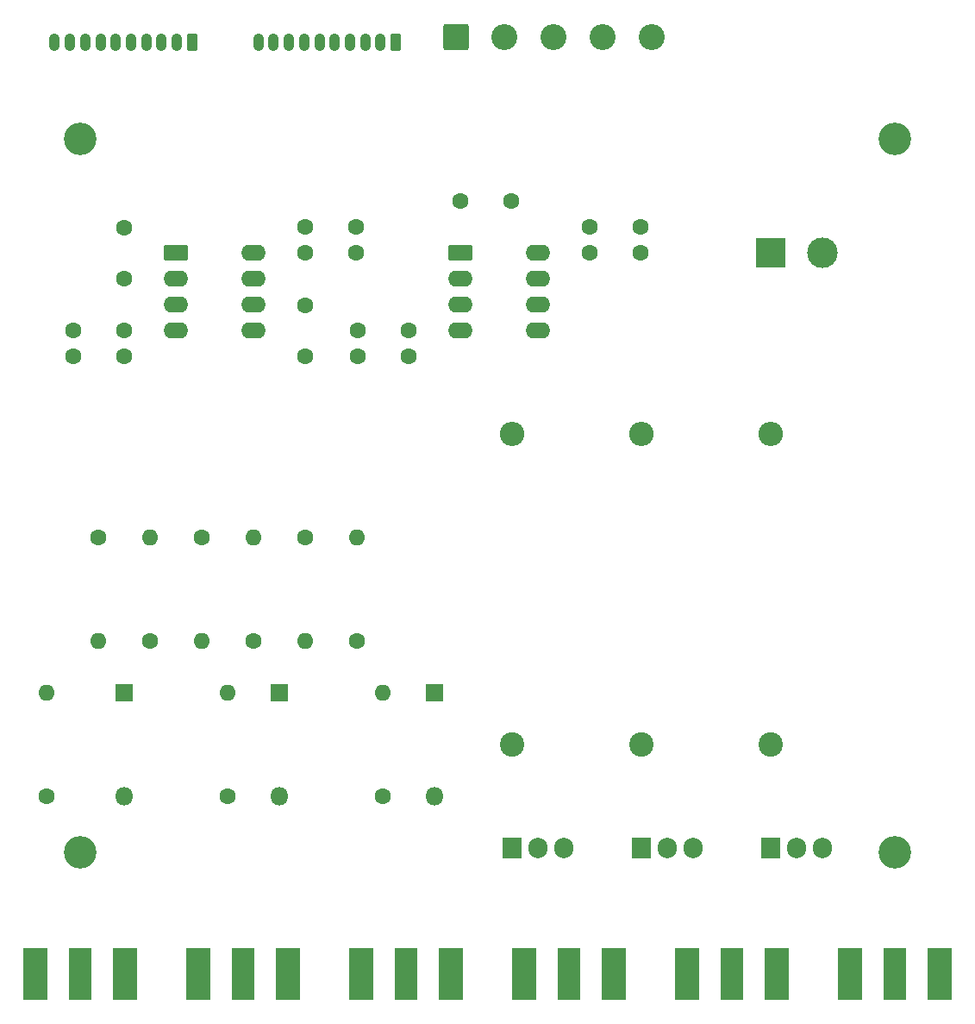
<source format=gts>
G04 #@! TF.GenerationSoftware,KiCad,Pcbnew,9.0.0*
G04 #@! TF.CreationDate,2025-06-03T11:33:59-07:00*
G04 #@! TF.ProjectId,bias_coil,62696173-5f63-46f6-996c-2e6b69636164,rev?*
G04 #@! TF.SameCoordinates,Original*
G04 #@! TF.FileFunction,Soldermask,Top*
G04 #@! TF.FilePolarity,Negative*
%FSLAX46Y46*%
G04 Gerber Fmt 4.6, Leading zero omitted, Abs format (unit mm)*
G04 Created by KiCad (PCBNEW 9.0.0) date 2025-06-03 11:33:59*
%MOMM*%
%LPD*%
G01*
G04 APERTURE LIST*
G04 Aperture macros list*
%AMRoundRect*
0 Rectangle with rounded corners*
0 $1 Rounding radius*
0 $2 $3 $4 $5 $6 $7 $8 $9 X,Y pos of 4 corners*
0 Add a 4 corners polygon primitive as box body*
4,1,4,$2,$3,$4,$5,$6,$7,$8,$9,$2,$3,0*
0 Add four circle primitives for the rounded corners*
1,1,$1+$1,$2,$3*
1,1,$1+$1,$4,$5*
1,1,$1+$1,$6,$7*
1,1,$1+$1,$8,$9*
0 Add four rect primitives between the rounded corners*
20,1,$1+$1,$2,$3,$4,$5,0*
20,1,$1+$1,$4,$5,$6,$7,0*
20,1,$1+$1,$6,$7,$8,$9,0*
20,1,$1+$1,$8,$9,$2,$3,0*%
G04 Aperture macros list end*
%ADD10C,1.600000*%
%ADD11O,1.600000X1.600000*%
%ADD12C,2.400000*%
%ADD13O,2.400000X2.400000*%
%ADD14R,1.905000X2.000000*%
%ADD15O,1.905000X2.000000*%
%ADD16R,1.800000X1.800000*%
%ADD17O,1.800000X1.800000*%
%ADD18R,2.290000X5.080000*%
%ADD19R,2.420000X5.080000*%
%ADD20RoundRect,0.249999X-1.025001X-1.025001X1.025001X-1.025001X1.025001X1.025001X-1.025001X1.025001X0*%
%ADD21C,2.550000*%
%ADD22RoundRect,0.250000X0.265000X0.615000X-0.265000X0.615000X-0.265000X-0.615000X0.265000X-0.615000X0*%
%ADD23O,1.030000X1.730000*%
%ADD24R,3.000000X3.000000*%
%ADD25C,3.000000*%
%ADD26RoundRect,0.250000X-0.950000X-0.550000X0.950000X-0.550000X0.950000X0.550000X-0.950000X0.550000X0*%
%ADD27O,2.400000X1.600000*%
%ADD28C,3.200000*%
G04 APERTURE END LIST*
D10*
X132080000Y-104140000D03*
D11*
X132080000Y-114300000D03*
D12*
X177800000Y-124465000D03*
D13*
X177800000Y-93985000D03*
D14*
X152400000Y-134620000D03*
D15*
X154940000Y-134620000D03*
X157480000Y-134620000D03*
D10*
X124460000Y-129540000D03*
D11*
X124460000Y-119380000D03*
D16*
X144780000Y-119380000D03*
D17*
X144780000Y-129540000D03*
D18*
X190000000Y-146930000D03*
D19*
X185620000Y-146930000D03*
X194380000Y-146930000D03*
D16*
X114300000Y-119380000D03*
D17*
X114300000Y-129540000D03*
D10*
X132080000Y-86360000D03*
X132080000Y-81360000D03*
D20*
X146900000Y-55000000D03*
D21*
X151700000Y-55000000D03*
X156500000Y-55000000D03*
X161300000Y-55000000D03*
X166100000Y-55000000D03*
D10*
X137080000Y-73660000D03*
X132080000Y-73660000D03*
D22*
X141000000Y-55500000D03*
D23*
X139500000Y-55500000D03*
X138000000Y-55500000D03*
X136500000Y-55500000D03*
X135000000Y-55500000D03*
X133500000Y-55500000D03*
X132000000Y-55500000D03*
X130500000Y-55500000D03*
X129000000Y-55500000D03*
X127500000Y-55500000D03*
D24*
X177800000Y-76200000D03*
D25*
X182880000Y-76200000D03*
D10*
X137240000Y-83820000D03*
X142240000Y-83820000D03*
D26*
X147320000Y-76200000D03*
D27*
X147320000Y-78740000D03*
X147320000Y-81280000D03*
X147320000Y-83820000D03*
X154940000Y-83820000D03*
X154940000Y-81280000D03*
X154940000Y-78740000D03*
X154940000Y-76200000D03*
D28*
X190000000Y-135000000D03*
X110000000Y-65000000D03*
D18*
X142000000Y-146930000D03*
D19*
X137620000Y-146930000D03*
X146380000Y-146930000D03*
D12*
X165100000Y-124465000D03*
D13*
X165100000Y-93985000D03*
D10*
X137240000Y-86360000D03*
X142240000Y-86360000D03*
D14*
X177800000Y-134620000D03*
D15*
X180340000Y-134620000D03*
X182880000Y-134620000D03*
D28*
X190000000Y-65000000D03*
D16*
X129540000Y-119380000D03*
D17*
X129540000Y-129540000D03*
D10*
X152320000Y-71120000D03*
X147320000Y-71120000D03*
X137160000Y-114300000D03*
D11*
X137160000Y-104140000D03*
D28*
X110000000Y-135000000D03*
D10*
X109300000Y-83820000D03*
X114300000Y-83820000D03*
X109300000Y-86360000D03*
X114300000Y-86360000D03*
D18*
X126000000Y-146930000D03*
D19*
X121620000Y-146930000D03*
X130380000Y-146930000D03*
D10*
X139700000Y-129540000D03*
D11*
X139700000Y-119380000D03*
D10*
X111760000Y-104140000D03*
D11*
X111760000Y-114300000D03*
D26*
X119380000Y-76200000D03*
D27*
X119380000Y-78740000D03*
X119380000Y-81280000D03*
X119380000Y-83820000D03*
X127000000Y-83820000D03*
X127000000Y-81280000D03*
X127000000Y-78740000D03*
X127000000Y-76200000D03*
D10*
X121920000Y-104140000D03*
D11*
X121920000Y-114300000D03*
D22*
X121000000Y-55500000D03*
D23*
X119500000Y-55500000D03*
X118000000Y-55500000D03*
X116500000Y-55500000D03*
X115000000Y-55500000D03*
X113500000Y-55500000D03*
X112000000Y-55500000D03*
X110500000Y-55500000D03*
X109000000Y-55500000D03*
X107500000Y-55500000D03*
D10*
X116840000Y-114300000D03*
D11*
X116840000Y-104140000D03*
D10*
X114300000Y-78740000D03*
X114300000Y-73740000D03*
D18*
X158000000Y-146930000D03*
D19*
X153620000Y-146930000D03*
X162380000Y-146930000D03*
D10*
X165020000Y-76200000D03*
X160020000Y-76200000D03*
D18*
X174000000Y-146930000D03*
D19*
X169620000Y-146930000D03*
X178380000Y-146930000D03*
D12*
X152400000Y-124460000D03*
D13*
X152400000Y-93980000D03*
D14*
X165100000Y-134620000D03*
D15*
X167640000Y-134620000D03*
X170180000Y-134620000D03*
D10*
X165020000Y-73660000D03*
X160020000Y-73660000D03*
X127000000Y-114300000D03*
D11*
X127000000Y-104140000D03*
D10*
X137080000Y-76200000D03*
X132080000Y-76200000D03*
D18*
X110000000Y-146930000D03*
D19*
X105620000Y-146930000D03*
X114380000Y-146930000D03*
D10*
X106680000Y-129540000D03*
D11*
X106680000Y-119380000D03*
M02*

</source>
